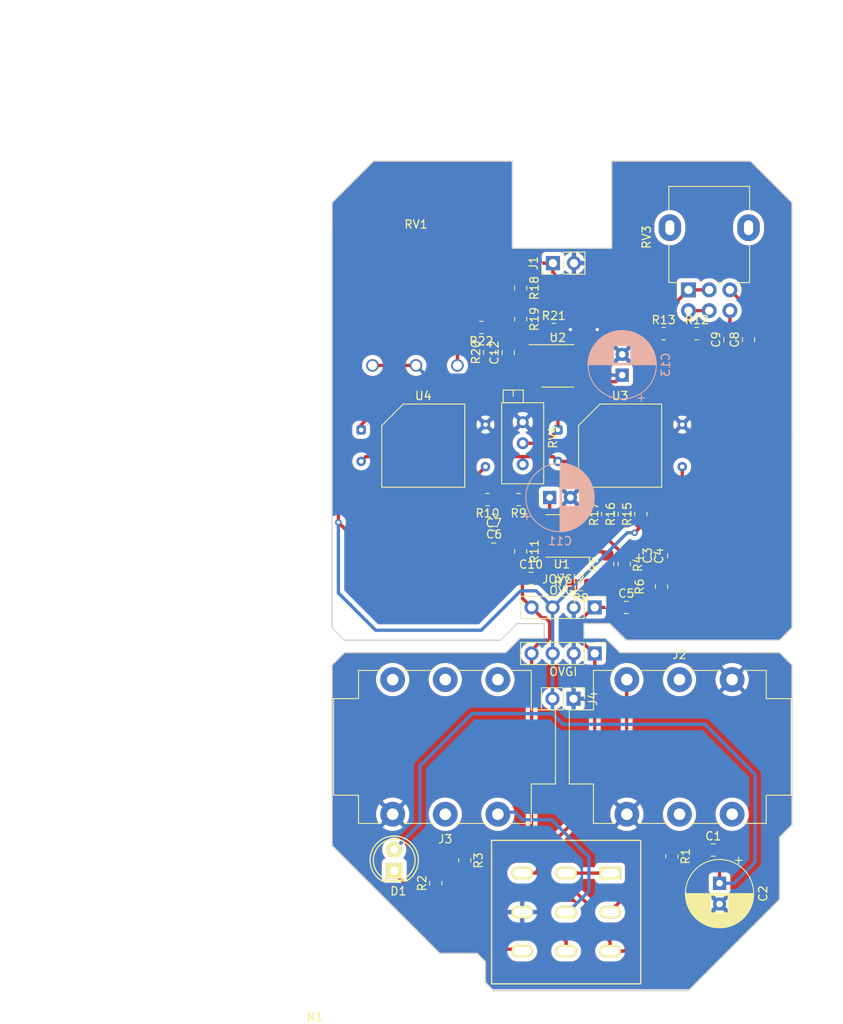
<source format=kicad_pcb>
(kicad_pcb (version 20221018) (generator pcbnew)
  (layers (0 "F.Cu" signal) (31 "B.Cu" signal) (34 "B.Paste" user) (35 "F.Paste" user) (36 "B.SilkS" user "B.Silkscreen") (37 "F.SilkS" user "F.Silkscreen") (38 "B.Mask" user) (39 "F.Mask" user) (44 "Edge.Cuts" user))
  (net 0 "")
  (net 1 "GND")
  (net 2 "+9V")
  (net 3 "Net-(D1-K)")
  (net 4 "O")
  (net 5 "I")
  (net 6 "Net-(SW1C-C)")
  (net 7 "Net-(U1A--)")
  (net 8 "A")
  (net 9 "Net-(C4-Pad2)")
  (net 10 "Net-(SW1A-A)")
  (net 13 "Net-(C5-Pad2)")
  (net 14 "Net-(U1B--)")
  (net 15 "B")
  (net 17 "Net-(SW1A-B)")
  (net 21 "Net-(SW1B-B)")
  (net 23 "Net-(C7-Pad2)")
  (net 24 "Net-(C8-Pad1)")
  (net 25 "Net-(C8-Pad2)")
  (net 26 "Net-(C9-Pad1)")
  (net 27 "Net-(C9-Pad2)")
  (net 28 "Net-(C10-Pad2)")
  (net 29 "VB")
  (net 30 "Net-(U2A--)")
  (net 31 "Net-(C12-Pad2)")
  (net 32 "Net-(U2B-+)")
  (net 33 "Net-(R12-Pad1)")
  (net 34 "Net-(R13-Pad1)")
  (net 35 "Net-(R15-Pad2)")
  (net 36 "Net-(U2A-+)")
  (net 37 "Net-(R22-Pad2)")
  (net 38 "Net-(U2B--)")
  (net 39 "Net-(U3--)")
  (footprint "KiCad Lib:3PDT-Footswitch" (layer "F.Cu") (at 143.25 142.525 180)
    (fp_text reference "SW1" hide)
    (fp_text value "SW_3PDT" hide)
  )
  (footprint "Connector_Audio:Jack_6.35mm_Neutrik_NMJ6HCD2_Horizontal" (layer "F.Cu") (at 135.01 130.73 180)
    (fp_text reference "J3")
    (fp_text value "NMJ6HCD2")
  )
  (footprint "Connector_PinHeader_2.54mm:PinHeader_1x02_P2.54mm_Vertical" (layer "F.Cu") (at 141.65 64.3 90)
    (fp_text reference "J1")
    (fp_text value "V+ GND")
  )
  (footprint "Pin_Headers:Pin_Header_Straight_1x04_Pitch2.54mm" (layer "F.Cu") (at 146.7 111.35 -90)
    (fp_text reference "JOVGI1" hide)
    (fp_text value "OVGI")
  )
  (footprint "Pin_Headers:Pin_Header_Straight_1x04_Pitch2.54mm" (layer "F.Cu") (at 146.7 105.8 -90)
    (fp_text reference "JOVGI2")
    (fp_text value "OVGI")
  )
  (footprint "Capacitor_THT:CP_Radial_D8.0mm_P2.50mm" (layer "F.Cu") (at 161.76 139.05 -90)
    (fp_text reference "C2")
    (fp_text value "100uF")
  )
  (footprint "LEDs:LED-5MM" (layer "F.Cu") (at 122.5 137.54 90)
    (fp_text reference "D1")
    (fp_text value "LED" hide)
  )
  (footprint "Resistor_SMD:R_0805_2012Metric_Pad1.20x1.40mm_HandSolder" (layer "F.Cu") (at 156.01 135.8 -90)
    (fp_text reference "R1")
    (fp_text value "1M")
  )
  (footprint "Resistor_SMD:R_0805_2012Metric_Pad1.20x1.40mm_HandSolder" (layer "F.Cu") (at 127.51 139.05 90)
    (fp_text reference "R2")
    (fp_text value "1K")
  )
  (footprint "Resistor_SMD:R_0805_2012Metric_Pad1.20x1.40mm_HandSolder" (layer "F.Cu") (at 131.01 136.3 -90)
    (fp_text reference "R3")
    (fp_text value "1M")
  )
  (footprint "Capacitor_SMD:C_0805_2012Metric_Pad1.18x1.45mm_HandSolder" (layer "F.Cu") (at 161.01 135.05)
    (fp_text reference "C1")
    (fp_text value "100nF")
  )
  (footprint "Connector_PinHeader_2.54mm:PinHeader_1x02_P2.54mm_Vertical" (layer "F.Cu") (at 144.14 116.81 -90)
    (fp_text reference "J4")
    (fp_text value "V+ GND")
  )
  (footprint "Connector_Audio:Jack_6.35mm_Neutrik_NMJ6HCD2_Horizontal" (layer "F.Cu") (at 150.575 114.5)
    (fp_text reference "J2")
    (fp_text value "NMJ6HCD2")
  )
  (footprint "Resistor_SMD:R_0805_2012Metric_Pad1.20x1.40mm_HandSolder" (layer "F.Cu") (at 154.76 103.3 90)
    (fp_text reference "R6")
    (fp_text value "150k")
  )
  (footprint "OptoDevice:PerkinElmer_VTL5C" (layer "F.Cu") (at 118.51 84.4)
    (fp_text reference "U4")
    (fp_text value "VTL5C")
  )
  (footprint "Resistor_SMD:R_0805_2012Metric_Pad1.20x1.40mm_HandSolder" (layer "F.Cu") (at 152.26 94.55 90)
    (fp_text reference "R15")
    (fp_text value "27k")
  )
  (footprint "Resistor_SMD:R_0805_2012Metric_Pad1.20x1.40mm_HandSolder" (layer "F.Cu") (at 133.76 92.8 180)
    (fp_text reference "R10")
    (fp_text value "75k")
  )
  (footprint "Resistor_SMD:R_0805_2012Metric_Pad1.20x1.40mm_HandSolder" (layer "F.Cu") (at 134.01 75.05 90)
    (fp_text reference "R20")
    (fp_text value "150k")
  )
  (footprint "Resistor_SMD:R_0805_2012Metric_Pad1.20x1.40mm_HandSolder" (layer "F.Cu") (at 137.76 71.05 -90)
    (fp_text reference "R19")
    (fp_text value "150k")
  )
  (footprint "Pedal-Components:Potentiometer_ALPHA_RV16106N" (layer "F.Cu") (at 125.13 60.13)
    (fp_text reference "RV1")
    (fp_text value "ALPHA-16mm")
  )
  (footprint "Potentiometer_THT:Potentiometer_Bourns_3296X_Horizontal" (layer "F.Cu") (at 138.01 88.55 -90)
    (fp_text reference "RV4")
    (fp_text value "R_Potentiometer_Trim")
  )
  (footprint "Capacitor_SMD:C_0805_2012Metric_Pad1.18x1.45mm_HandSolder" (layer "F.Cu") (at 163.01 73.5125 90)
    (fp_text reference "C9")
    (fp_text value "10n")
  )
  (footprint "Capacitor_SMD:C_0805_2012Metric_Pad1.18x1.45mm_HandSolder" (layer "F.Cu") (at 154.76 99.55 90)
    (fp_text reference "C3")
    (fp_text value "10n")
  )
  (footprint "Capacitor_SMD:C_0805_2012Metric_Pad1.18x1.45mm_HandSolder" (layer "F.Cu") (at 152.76 99.5875 -90)
    (fp_text reference "C4")
    (fp_text value "10n")
  )
  (footprint "Potentiometer_THT:Potentiometer_Alpha_RD902F-40-00D_Dual_Vertical" (layer "F.Cu") (at 158.01 67.525 90)
    (fp_text reference "RV3")
    (fp_text value "100k Lin")
  )
  (footprint "Resistor_SMD:R_0805_2012Metric_Pad1.20x1.40mm_HandSolder" (layer "F.Cu") (at 148.26 94.55 90)
    (fp_text reference "R17")
    (fp_text value "220")
  )
  (footprint "Capacitor_SMD:C_0805_2012Metric_Pad1.18x1.45mm_HandSolder" (layer "F.Cu") (at 139.01 102.3)
    (fp_text reference "C10")
    (fp_text value "100n")
  )
  (footprint "Capacitor_SMD:C_0805_2012Metric_Pad1.18x1.45mm_HandSolder" (layer "F.Cu") (at 136.26 75.0875 90)
    (fp_text reference "C12")
    (fp_text value "10n")
  )
  (footprint "OptoDevice:PerkinElmer_VTL5C" (layer "F.Cu") (at 142.26 84.4)
    (fp_text reference "U3")
    (fp_text value "VTL5C")
  )
  (footprint "Capacitor_SMD:C_0805_2012Metric_Pad1.18x1.45mm_HandSolder" (layer "F.Cu") (at 165.26 73.5125 90)
    (fp_text reference "C8")
    (fp_text value "100n")
  )
  (footprint "Package_SO:SOIC-8_3.9x4.9mm_P1.27mm" (layer "F.Cu") (at 142.735 97.185 180)
    (fp_text reference "U1")
    (fp_text value "TL072")
  )
  (footprint "Capacitor_SMD:C_0805_2012Metric_Pad1.18x1.45mm_HandSolder" (layer "F.Cu") (at 150.51 105.8)
    (fp_text reference "C5")
    (fp_text value "2n2")
  )
  (footprint "Resistor_SMD:R_0805_2012Metric_Pad1.20x1.40mm_HandSolder" (layer "F.Cu") (at 159.01 72.8)
    (fp_text reference "R12")
    (fp_text value "39k")
  )
  (footprint "Resistor_SMD:R_0805_2012Metric_Pad1.20x1.40mm_HandSolder" (layer "F.Cu") (at 148.26 100.55 90)
    (fp_text reference "R5")
    (fp_text value "75k")
  )
  (footprint "Resistor_SMD:R_0805_2012Metric_Pad1.20x1.40mm_HandSolder" (layer "F.Cu") (at 145.01 103.05 180)
    (fp_text reference "R8")
    (fp_text value "150k")
  )
  (footprint "Resistor_SMD:R_0805_2012Metric_Pad1.20x1.40mm_HandSolder" (layer "F.Cu") (at 141.76 72.3)
    (fp_text reference "R21")
    (fp_text value "150k")
  )
  (footprint "Package_SO:SOIC-8_3.9x4.9mm_P1.27mm" (layer "F.Cu") (at 142.235 76.685)
    (fp_text reference "U2")
    (fp_text value "TL072")
  )
  (footprint "Resistor_SMD:R_0805_2012Metric_Pad1.20x1.40mm_HandSolder" (layer "F.Cu") (at 137.76 67.3 -90)
    (fp_text reference "R18")
    (fp_text value "150k")
  )
  (footprint "Resistor_SMD:R_0805_2012Metric_Pad1.20x1.40mm_HandSolder" (layer "F.Cu") (at 150.26 100.55 -90)
    (fp_text reference "R4")
    (fp_text value "75k")
  )
  (footprint "Capacitor_SMD:C_0805_2012Metric_Pad1.18x1.45mm_HandSolder" (layer "F.Cu") (at 134.51 97.3)
    (fp_text reference "C7")
    (fp_text value "2n2")
  )
  (footprint "Pedal-Components:1590B" (layer "F.Cu") (at 112.94 154.659085)
    (fp_text reference "N1")
    (fp_text value "Housing")
  )
  (footprint "Resistor_SMD:R_0805_2012Metric_Pad1.20x1.40mm_HandSolder" (layer "F.Cu") (at 137.76 99.05 -90)
    (fp_text reference "R11")
    (fp_text value "27k")
  )
  (footprint "Resistor_SMD:R_0805_2012Metric_Pad1.20x1.40mm_HandSolder" (layer "F.Cu") (at 142.76 101.05 180)
    (fp_text reference "R7")
    (fp_text value "27k")
  )
  (footprint "Resistor_SMD:R_0805_2012Metric_Pad1.20x1.40mm_HandSolder" (layer "F.Cu") (at 155.01 72.8)
    (fp_text reference "R13")
    (fp_text value "39k")
  )
  (footprint "Capacitor_SMD:C_0805_2012Metric_Pad1.18x1.45mm_HandSolder" (layer "F.Cu") (at 134.5475 95.3 180)
    (fp_text reference "C6")
    (fp_text value "2n2")
  )
  (footprint "Resistor_SMD:R_0805_2012Metric_Pad1.20x1.40mm_HandSolder" (layer "F.Cu") (at 137.51 92.8 180)
    (fp_text reference "R9")
    (fp_text value "75k")
  )
  (footprint "Resistor_SMD:R_0805_2012Metric_Pad1.20x1.40mm_HandSolder" (layer "F.Cu") (at 150.26 94.55 90)
    (fp_text reference "R16")
    (fp_text value "27k")
  )
  (footprint "Resistor_SMD:R_0805_2012Metric_Pad1.20x1.40mm_HandSolder" (layer "F.Cu") (at 133.01 72.05 180)
    (fp_text reference "R22")
    (fp_text value "6k8")
  )
  (footprint "Capacitor_THT:CP_Radial_D8.0mm_P2.50mm" (layer "B.Cu") (at 150.01 77.8 90)
    (fp_text reference "C13")
    (fp_text value "220u")
  )
  (footprint "Capacitor_THT:CP_Radial_D8.0mm_P2.50mm" (layer "B.Cu") (at 141.26 92.55)
    (fp_text reference "C11")
    (fp_text value "220u")
  )
  (gr_line (start 145.4 107.75) (end 148.5 107.75) (stroke (width 0.15)) (layer "Edge.Cuts"))
  (gr_line (start 137.7 109.5) (end 140.6 109.5) (stroke (width 0.15)) (layer "Edge.Cuts"))
  (gr_line (start 128 147.5) (end 127 146.5) (stroke (width 0.15)) (layer "Edge.Cuts"))
  (gr_line (start 115 134.5) (end 115 121) (stroke (width 0.15)) (layer "Edge.Cuts"))
  (gr_line (start 135.35 109.75) (end 116.5 109.75) (stroke (width 0.15)) (layer "Edge.Cuts"))
  (gr_line (start 145.4 109.5) (end 148 109.5) (stroke (width 0.15)) (layer "Edge.Cuts"))
  (gr_line (start 148.75 62.5) (end 148.75 52) (stroke (width 0.15)) (layer "Edge.Cuts"))
  (gr_line (start 127 146.5) (end 115 134.5) (stroke (width 0.15)) (layer "Edge.Cuts"))
  (gr_line (start 115 57) (end 115 108.25) (stroke (width 0.15)) (layer "Edge.Cuts"))
  (gr_line (start 169 141) (end 158 152) (stroke (width 0.15)) (layer "Edge.Cuts"))
  (gr_line (start 133.5 151) (end 133.5 148.5) (stroke (width 0.15)) (layer "Edge.Cuts"))
  (gr_line (start 149.75 111.25) (end 164.75 111.25) (stroke (width 0.15)) (layer "Edge.Cuts"))
  (gr_line (start 148.5 107.75) (end 150.5 109.75) (stroke (width 0.15)) (layer "Edge.Cuts"))
  (gr_line (start 165.5 52) (end 170.5 57) (stroke (width 0.15)) (layer "Edge.Cuts"))
  (gr_line (start 169 109.75) (end 170.5 108.25) (stroke (width 0.15)) (layer "Edge.Cuts"))
  (gr_line (start 169 133.5) (end 170.5 132) (stroke (width 0.15)) (layer "Edge.Cuts"))
  (gr_line (start 116.5 109.75) (end 115 108.25) (stroke (width 0.15)) (layer "Edge.Cuts"))
  (gr_line (start 140.6 107.75) (end 140.6 109.5) (stroke (width 0.15)) (layer "Edge.Cuts"))
  (gr_line (start 137.35 107.75) (end 135.35 109.75) (stroke (width 0.15)) (layer "Edge.Cuts"))
  (gr_line (start 115 57) (end 120 52) (stroke (width 0.15)) (layer "Edge.Cuts"))
  (gr_line (start 170.5 85) (end 170.5 57) (stroke (width 0.15)) (layer "Edge.Cuts"))
  (gr_line (start 136.75 62.5) (end 148.75 62.5) (stroke (width 0.15)) (layer "Edge.Cuts"))
  (gr_line (start 136.75 52) (end 120 52) (stroke (width 0.15)) (layer "Edge.Cuts"))
  (gr_line (start 170.5 112.75) (end 169 111.25) (stroke (width 0.15)) (layer "Edge.Cuts"))
  (gr_line (start 135.95 111.25) (end 117 111.25) (stroke (width 0.15)) (layer "Edge.Cuts"))
  (gr_line (start 134.5 152) (end 158 152) (stroke (width 0.15)) (layer "Edge.Cuts"))
  (gr_line (start 116.5 109.75) (end 116.5 109.75) (stroke (width 0.15)) (layer "Edge.Cuts"))
  (gr_line (start 137.7 109.5) (end 135.95 111.25) (stroke (width 0.15)) (layer "Edge.Cuts"))
  (gr_line (start 169 133.5) (end 169 141) (stroke (width 0.15)) (layer "Edge.Cuts"))
  (gr_line (start 170.5 108.25) (end 170.5 85) (stroke (width 0.15)) (layer "Edge.Cuts"))
  (gr_line (start 136.75 52) (end 136.75 62.5) (stroke (width 0.15)) (layer "Edge.Cuts"))
  (gr_line (start 134.5 152) (end 133.5 151) (stroke (width 0.15)) (layer "Edge.Cuts"))
  (gr_line (start 133.5 148.5) (end 132.5 147.5) (stroke (width 0.15)) (layer "Edge.Cuts"))
  (gr_line (start 115 112.75) (end 115 121) (stroke (width 0.15)) (layer "Edge.Cuts"))
  (gr_line (start 148.75 52) (end 165.5 52) (stroke (width 0.15)) (layer "Edge.Cuts"))
  (gr_line (start 132.5 147.5) (end 128.5 147.5) (stroke (width 0.15)) (layer "Edge.Cuts"))
  (gr_line (start 145.4 107.75) (end 145.4 109.5) (stroke (width 0.15)) (layer "Edge.Cuts"))
  (gr_line (start 169 111.25) (end 164.75 111.25) (stroke (width 0.15)) (layer "Edge.Cuts"))
  (gr_line (start 116.5 111.25) (end 115 112.75) (stroke (width 0.15)) (layer "Edge.Cuts"))
  (gr_line (start 148 109.5) (end 149.75 111.25) (stroke (width 0.15)) (layer "Edge.Cuts"))
  (gr_line (start 170.5 132) (end 170.5 112.75) (stroke (width 0.15)) (layer "Edge.Cuts"))
  (gr_line (start 128.5 147.5) (end 128 147.5) (stroke (width 0.15)) (layer "Edge.Cuts"))
  (gr_line (start 137.35 107.75) (end 140.6 107.75) (stroke (width 0.15)) (layer "Edge.Cuts"))
  (gr_line (start 150.5 109.75) (end 169 109.75) (stroke (width 0.15)) (layer "Edge.Cuts"))
  (gr_line (start 117 111.25) (end 116.5 111.25) (stroke (width 0.15)) (layer "Edge.Cuts"))
  (segment (start 140.26 99.09) (end 119.3 99.09) (width 0.4) (layer "F.Cu") (net 2))
  (segment (start 118.01 67.05) (end 137.01 67.05) (width 0.4) (layer "F.Cu") (net 2))
  (segment (start 152.26 95.55) (end 152.26 96.05) (width 0.4) (layer "F.Cu") (net 2))
  (segment (start 141.65 65.44) (end 141.65 64.3) (width 0.4) (layer "F.Cu") (net 2))
  (segment (start 162.0475 135.05) (end 161.76 135.3375) (width 0.4) (layer "F.Cu") (net 2))
  (segment (start 141.65 64.3) (end 139.76 64.3) (width 0.4) (layer "F.Cu") (net 2))
  (segment (start 137.01 67.05) (end 137.76 66.3) (width 0.4) (layer "F.Cu") (net 2))
  (segment (start 119.3 99.09) (end 115.76 95.55) (width 0.4) (layer "F.Cu") (net 2))
  (segment (start 115.76 69.3) (end 118.01 67.05) (width 0.4) (layer "F.Cu") (net 2))
  (segment (start 162.0975 135) (end 162.0475 135.05) (width 0.4) (layer "F.Cu") (net 2))
  (segment (start 144.71 68.5) (end 141.65 65.44) (width 0.4) (layer "F.Cu") (net 2))
  (segment (start 139.76 64.3) (end 137.76 66.3) (width 0.4) (layer "F.Cu") (net 2))
  (segment (start 144.71 74.78) (end 144.71 68.5) (width 0.4) (layer "F.Cu") (net 2))
  (segment (start 115.76 95.55) (end 115.76 69.3) (width 0.4) (layer "F.Cu") (net 2))
  (segment (start 161.76 135.3375) (end 161.76 139.05) (width 0.4) (layer "F.Cu") (net 2))
  (segment (start 152.26 96.05) (end 151.51 96.8) (width 0.4) (layer "F.Cu") (net 2))
  (via (at 151.51 96.8) (size 0.8) (drill 0.4) (layers "F.Cu" "B.Cu") (net 2))
  (via (at 115.76 95.55) (size 0.8) (drill 0.4) (layers "F.Cu" "B.Cu") (net 2))
  (segment (start 125.6 131.9) (end 122.5 135) (width 0.4) (layer "B.Cu") (net 2))
  (segment (start 120.26 108.55) (end 115.76 104.05) (width 0.4) (layer "B.Cu") (net 2))
  (segment (start 139.62 103.8) (end 138.01 103.8) (width 0.4) (layer "B.Cu") (net 2))
  (segment (start 131.9 118.6) (end 125.6 124.9) (width 0.4) (layer "B.Cu") (net 2))
  (segment (start 137.76 103.8) (end 136.51 105.05) (width 0.4) (layer "B.Cu") (net 2))
  (segment (start 141.62 111.35) (end 141.62 112.552081) (width 0.4) (layer "B.Cu") (net 2))
  (segment (start 142.9 119.9) (end 160 119.9) (width 0.4) (layer "B.Cu") (net 2))
  (segment (start 141.6 112.572081) (end 141.6 118.1) (width 0.4) (layer "B.Cu") (net 2))
  (segment (start 160 119.9) (end 166.05 125.95) (width 0.4) (layer "B.Cu") (net 2))
  (segment (start 141.6 118.1) (end 141.6 118.6) (width 0.4) (layer "B.Cu") (net 2))
  (segment (start 138.01 103.8) (end 137.76 103.8) (width 0.4) (layer "B.Cu") (net 2))
  (segment (start 125.6 124.9) (end 125.6 131.9) (width 0.4) (layer "B.Cu") (net 2))
  (segment (start 133.01 108.55) (end 130.01 108.55) (width 0.4) (layer "B.Cu") (net 2))
  (segment (start 163.51 139.05) (end 161.76 139.05) (width 0.4) (layer "B.Cu") (net 2))
  (segment (start 130.01 108.55) (end 120.26 108.55) (width 0.4) (layer "B.Cu") (net 2))
  (segment (start 141.6 116.81) (end 141.6 118.1) (width 0.4) (layer "B.Cu") (net 2))
  (segment (start 141.6 118.6) (end 142.9 119.9) (width 0.4) (layer "B.Cu") (net 2))
  (segment (start 136.51 105.05) (end 133.01 108.55) (width 0.4) (layer "B.Cu") (net 2))
  (segment (start 141.62 105.8) (end 139.62 103.8) (width 0.4) (layer "B.Cu") (net 2))
  (segment (start 141.62 112.552081) (end 141.6 112.572081) (width 0.4) (layer "B.Cu") (net 2))
  (segment (start 141.62 105.8) (end 141.62 111.35) (width 0.4) (layer "B.Cu") (net 2))
  (segment (start 166.05 136.51) (end 163.51 139.05) (width 0.4) (layer "B.Cu") (net 2))
  (segment (start 166.05 125.95) (end 166.05 136.51) (width 0.4) (layer "B.Cu") (net 2))
  (segment (start 150.62 96.8) (end 141.62 105.8) (width 0.4) (layer "B.Cu") (net 2))
  (segment (start 141.6 118.6) (end 131.9 118.6) (width 0.4) (layer "B.Cu") (net 2))
  (segment (start 151.51 96.8) (end 150.62 96.8) (width 0.4) (layer "B.Cu") (net 2))
  (segment (start 115.76 104.05) (end 115.76 95.55) (width 0.4) (layer "B.Cu") (net 2))
  (segment (start 124.76 140.05) (end 122.5 137.79) (width 0.4) (layer "F.Cu") (net 3))
  (segment (start 127.51 140.05) (end 124.76 140.05) (width 0.4) (layer "F.Cu") (net 3))
  (segment (start 122.5 137.79) (end 122.5 137.54) (width 0.4) (layer "F.Cu") (net 3))
  (segment (start 122.5 137.5) (end 122.75 137.5) (width 0.4) (layer "F.Cu") (net 3))
  (segment (start 139.08 111.35) (end 139.08 132.92) (width 0.4) (layer "F.Cu") (net 4))
  (segment (start 137.9725 104.6925) (end 139.08 105.8) (width 0.4) (layer "F.Cu") (net 4))
  (segment (start 139.08 105.8) (end 140.33 107.05) (width 0.4) (layer "F.Cu") (net 4))
  (segment (start 137.9725 102.3) (end 137.9725 104.6925) (width 0.4) (layer "F.Cu") (net 4))
  (segment (start 131 135.02) (end 131.22 135.02) (width 0.4) (layer "F.Cu") (net 4))
  (segment (start 140.6 143.425) (end 143.25 146.075) (width 0.4) (layer "F.Cu") (net 4))
  (segment (start 140.76 107.05) (end 141.26 107.55) (width 0.4) (layer "F.Cu") (net 4))
  (segment (start 136.98 135.02) (end 131 135.02) (width 0.4) (layer "F.Cu") (net 4))
  (segment (start 139.08 132.92) (end 136.98 135.02) (width 0.4) (layer "F.Cu") (net 4))
  (segment (start 141.26 107.55) (end 141.26 109.55) (width 0.4) (layer "F.Cu") (net 4))
  (segment (start 141.26 109.55) (end 140.76 110.05) (width 0.4) (layer "F.Cu") (net 4))
  (segment (start 140.33 107.05) (end 140.76 107.05) (width 0.4) (layer "F.Cu") (net 4))
  (segment (start 140.01 110.05) (end 139.08 110.98) (width 0.4) (layer "F.Cu") (net 4))
  (segment (start 140.76 110.05) (end 140.01 110.05) (width 0.4) (layer "F.Cu") (net 4))
  (segment (start 132.079489 135.879489) (end 136.4 140.2) (width 0.4) (layer "F.Cu") (net 4))
  (segment (start 143.25 146.075) (end 143.25 147.225) (width 0.4) (layer "F.Cu") (net 4))
  (segment (start 131.22 135.02) (end 132.079489 135.879489) (width 0.4) (layer "F.Cu") (net 4))
  (segment (start 140.6 141.6) (end 140.6 143.425) (width 0.4) (layer "F.Cu") (net 4))
  (segment (start 139.08 110.98) (end 139.08 111.35) (width 0.4) (layer "F.Cu") (net 4))
  (segment (start 139.2 140.2) (end 140.6 141.6) (width 0.4) (layer "F.Cu") (net 4))
  (segment (start 136.4 140.2) (end 139.2 140.2) (width 0.4) (layer "F.Cu") (net 4))
  (segment (start 148.55 146.075) (end 145.9 143.425) (width 0.4) (layer "F.Cu") (net 5))
  (segment (start 151.925 145.575) (end 152.5 145) (width 0.4) (layer "F.Cu") (net 5))
  (segment (start 144.51 107.8) (end 144.51 109.3) (width 0.4) (layer "F.Cu") (net 5))
  (segment (start 148.55 147.225) (end 148.55 146.075) (width 0.4) (layer "F.Cu") (net 5))
  (segment (start 152.5 145) (end 152.5 141.5) (width 0.4) (layer "F.Cu") (net 5))
  (segment (start 146.7 111.35) (end 146.7 115.62) (width 0.4) (layer "F.Cu") (net 5))
  (segment (start 141.6 140.1) (end 140.5 139) (width 0.4) (layer "F.Cu") (net 5))
  (segment (start 145 130.8) (end 145 124.64) (width 0.4) (layer "F.Cu") (net 5))
  (segment (start 139.8 137.525) (end 139.8 136) (width 0.4) (layer "F.Cu") (net 5))
  (segment (start 151.9 145.575) (end 151.925 145.575) (width 0.4) (layer "F.Cu") (net 5))
  (segment (start 145 124.64) (end 146.7 122.94) (width 0.4) (layer "F.Cu") (net 5))
  (segment (start 154 140) (end 154 136.25) (width 0.4) (layer "F.Cu") (net 5))
  (segment (start 139.825 137.825) (end 139.5 137.825) (width 0.4) (layer "F.Cu") (net 5))
  (segment (start 139.8 136) (end 145 130.8) (width 0.4) (layer "F.Cu") (net 5))
  (segment (start 140.5 138.5) (end 139.825 137.825) (width 0.4) (layer "F.Cu") (net 5))
  (segment (start 146.56 111.35) (end 146.7 111.35) (width 0.4) (layer "F.Cu") (net 5))
  (segment (start 154 136.25) (end 155.5 134.75) (width 0.4) (layer "F.Cu") (net 5))
  (segment (start 140.5 139) (end 140.5 138.5) (width 0.4) (layer "F.Cu") (net 5))
  (segment (start 145.9 141.6) (end 144.4 140.1) (width 0.4) (layer "F.Cu") (net 5))
  (segment (start 144.51 109.3) (end 146.56 111.35) (width 0.4) (layer "F.Cu") (net 5))
  (segment (start 150.25 147.225) (end 151.9 145.575) (width 0.4) (layer "F.Cu") (net 5))
  (segment (start 146.7 105.8) (end 146.51 105.8) (width 0.4) (layer "F.Cu") (net 5))
  (segment (start 146.7 105.8) (end 149.4725 105.8) (width 0.4) (layer "F.Cu") (net 5))
  (segment (start 137.95 137.825) (end 139.5 137.825) (width 0.4) (layer "F.Cu") (net 5))
  (segment (start 148.55 147.225) (end 150.25 147.225) (width 0.4) (layer "F.Cu") (net 5))
  (segment (start 144.4 140.1) (end 141.6 140.1) (width 0.4) (layer "F.Cu") (net 5))
  (segment (start 139.5 137.825) (end 139.8 137.525) (width 0.4) (layer "F.Cu") (net 5))
  (segment (start 146.51 105.8) (end 144.51 107.8) (width 0.4) (layer "F.Cu") (net 5))
  (segment (start 146.7 115.62) (end 146.7 122.94) (width 0.4) (layer "F.Cu") (net 5))
  (segment (start 145.9 143.425) (end 145.9 141.6) (width 0.4) (layer "F.Cu") (net 5))
  (segment (start 152.5 141.5) (end 154 140) (width 0.4) (layer "F.Cu") (net 5))
  (segment (start 129.01 138.05) (end 130.86 139.9) (width 0.4) (layer "F.Cu") (net 6))
  (segment (start 136.1 147) (end 137.725 147) (width 0.4) (layer "F.Cu") (net 6))
  (segment (start 137.725 147) (end 137.95 147.225) (width 0.4) (layer "F.Cu") (net 6))
  (segment (start 133.2 139.9) (end 134.2 140.9) (width 0.4) (layer "F.Cu") (net 6))
  (segment (start 134.2 140.9) (end 134.2 145.1) (width 0.4) (layer "F.Cu") (net 6))
  (segment (start 127.51 138.05) (end 129.01 138.05) (width 0.4) (layer "F.Cu") (net 6))
  (segment (start 130.86 139.9) (end 133.2 139.9) (width 0.4) (layer "F.Cu") (net 6))
  (segment (start 134.2 145.1) (end 136.1 147) (width 0.4) (layer "F.Cu") (net 6))
  (segment (start 154.76 102.3) (end 154.76 100.5875) (width 0.4) (layer "F.Cu") (net 7))
  (segment (start 154.76 100.5875) (end 154.76 100.3) (width 0.4) (layer "F.Cu") (net 7))
  (segment (start 154.01 99.55) (end 150.26 99.55) (width 0.4) (layer "F.Cu") (net 7))
  (segment (start 154.76 100.3) (end 154.01 99.55) (width 0.4) (layer "F.Cu") (net 7))
  (segment (start 150.26 99.55) (end 148.53 97.82) (width 0.4) (layer "F.Cu") (net 7))
  (segment (start 148.53 97.82) (end 145.21 97.82) (width 0.4) (layer "F.Cu") (net 7))
  (segment (start 157.26 88.84) (end 157.26 96.0125) (width 0.4) (layer "F.Cu") (net 8))
  (segment (start 154.76 98.5125) (end 152.7975 98.5125) (width 0.4) (layer "F.Cu") (net 8))
  (segment (start 152.7975 98.5125) (end 152.76 98.55) (width 0.4) (layer "F.Cu") (net 8))
  (segment (start 157.26 96.0125) (end 154.76 98.5125) (width 0.4) (layer "F.Cu") (net 8))
  (segment (start 147.8 99.09) (end 148.26 99.55) (width 0.4) (layer "F.Cu") (net 9))
  (segment (start 145.21 99.09) (end 147.8 99.09) (width 0.4) (layer "F.Cu") (net 9))
  (segment (start 143.76 100.54) (end 145.21 99.09) (width 0.4) (layer "F.Cu") (net 9))
  (segment (start 152.76 100.625) (end 152.685 100.55) (width 0.4) (layer "F.Cu") (net 9))
  (segment (start 143.76 101.05) (end 143.76 100.54) (width 0.4) (layer "F.Cu") (net 9))
  (segment (start 152.685 100.55) (end 149.26 100.55) (width 0.4) (layer "F.Cu") (net 9))
  (segment (start 149.26 100.55) (end 148.26 99.55) (width 0.4) (layer "F.Cu") (net 9))
  (segment (start 143.25 137.825) (end 144.95 137.825) (width 0.4) (layer "F.Cu") (net 10))
  (segment (start 144.95 137.825) (end 148.55 137.825) (width 0.4) (layer "F.Cu") (net 10))
  (segment (start 153.26 105.8) (end 154.76 104.3) (width 0.4) (layer "F.Cu") (net 13))
  (segment (start 151.5475 105.8) (end 153.26 105.8) (width 0.4) (layer "F.Cu") (net 13))
  (segment (start 149.01 103.05) (end 146.01 103.05) (width 0.4) (layer "F.Cu") (net 13))
  (segment (start 151.5475 105.5875) (end 149.01 103.05) (width 0.4) (layer "F.Cu") (net 13))
  (segment (start 151.5475 105.8) (end 151.5475 105.5875) (width 0.4) (layer "F.Cu") (net 13))
  (segment (start 136.76 95.3) (end 135.585 95.3) (width 0.4) (layer "F.Cu") (net 14))
  (segment (start 136.76 94.55) (end 136.76 95.3) (width 0.4) (layer "F.Cu") (net 14))
  (segment (start 140.26 96.55) (end 141.51 96.55) (width 0.4) (layer "F.Cu") (net 14))
  (segment (start 138.01 96.55) (end 136.76 95.3) (width 0.4) (layer "F.Cu") (net 14))
  (segment (start 138.51 92.8) (end 136.76 94.55) (width 0.4) (layer "F.Cu") (net 14))
  (segment (start 142.76 101.8) (end 144.01 103.05) (width 0.4) (layer "F.Cu") (net 14))
  (segment (start 140.26 96.55) (end 138.01 96.55) (width 0.4) (layer "F.Cu") (net 14))
  (segment (start 141.51 96.55) (end 142.76 97.8) (width 0.4) (layer "F.Cu") (net 14))
  (segment (start 142.76 97.8) (end 142.76 101.8) (width 0.4) (layer "F.Cu") (net 14))
  (segment (start 133.51 97.2625) (end 133.4725 97.3) (width 0.4) (layer "F.Cu") (net 15))
  (segment (start 132.51 95.3) (end 133.51 95.3) (width 0.4) (layer "F.Cu") (net 15))
  (segment (start 131.76 90.59) (end 131.76 94.55) (width 0.4) (layer "F.Cu") (net 15))
  (segment (start 133.51 95.3) (end 133.51 97.2625) (width 0.4) (layer "F.Cu") (net 15))
  (segment (start 133.51 88.84) (end 131.76 90.59) (width 0.4) (layer "F.Cu") (net 15))
  (segment (start 131.76 94.55) (end 132.51 95.3) (width 0.4) (layer "F.Cu") (net 15))
  (segment (start 150.55 125.42) (end 150.55 114.53) (width 0.4) (layer "F.Cu") (net 17))
  (segment (start 151.5 139.5) (end 151.5 135.82) (width 0.4) (layer "F.Cu") (net 17))
  (segment (start 148.66 134.01) (end 147.48 132.83) (width 0.4) (layer "F.Cu") (net 17))
  (segment (start 149.275 142.525) (end 148.55 142.525) (width 0.4) (layer "F.Cu") (net 17))
  (segment (start 148.55 142.45) (end 151.5 139.5) (width 0.4) (layer "F.Cu") (net 17))
  (segment (start 148.55 142.525) (end 148.55 142.45) (width 0.4) (layer "F.Cu") (net 17))
  (segment (start 149.69 134.01) (end 148.66 134.01) (width 0.4) (layer "F.Cu") (net 17))
  (segment (start 147.48 132.83) (end 147.48 128.49) (width 0.4) (layer "F.Cu") (net 17))
  (segment (start 147.48 128.49) (end 150.55 125.42) (width 0.4) (layer "F.Cu") (net 17))
  (segment (start 151.5 135.82) (end 149.69 134.01) (width 0.4) (layer "F.Cu") (net 17))
  (segment (start 143.45 142.55) (end 143.25 142.55) (width 0.4) (layer "B.Cu") (net 21))
  (segment (start 146 140) (end 143.45 142.55) (width 0.4) (layer "B.Cu") (net 21))
  (segment (start 141.5 131.4) (end 146 135.9) (width 0.4) (layer "B.Cu") (net 21))
  (segment (start 146 135.9) (end 146 140) (width 0.4) (layer "B.Cu") (net 21))
  (segment (start 137.99132 131.4) (end 141.5 131.4) (width 0.4) (layer "B.Cu") (net 21))
  (segment (start 134.95 130.48) (end 137.07132 130.48) (width 0.4) (layer "B.Cu") (net 21))
  (segment (start 137.07132 130.48) (end 137.99132 131.4) (width 0.4) (layer "B.Cu") (net 21))
  (segment (start 137.76 98.05) (end 136.2975 98.05) (width 0.4) (layer "F.Cu") (net 23))
  (segment (start 134.5975 94.6375) (end 132.76 92.8) (width 0.4) (layer "F.Cu") (net 23))
  (segment (start 134.5975 96.35) (end 134.5975 94.6375) (width 0.4) (layer "F.Cu") (net 23))
  (segment (start 136.2975 98.05) (end 135.5475 97.3) (width 0.4) (layer "F.Cu") (net 23))
  (segment (start 135.5475 97.3) (end 134.5975 96.35) (width 0.4) (layer "F.Cu") (net 23))
  (segment (start 140.26 97.82) (end 137.99 97.82) (width 0.4) (layer "F.Cu") (net 23))
  (segment (start 137.99 97.82) (end 137.76 98.05) (width 0.4) (layer "F.Cu") (net 23))
  (segment (start 155.479239 103.3) (end 152.01 103.3) (width 0.4) (layer "F.Cu") (net 24))
  (segment (start 163.26 88.05) (end 158.235 93.075) (width 0.4) (layer "F.Cu") (net 24))
  (segment (start 163.26 82.3) (end 163.26 88.05) (width 0.4) (layer "F.Cu") (net 24))
  (segment (start 158.235 93.075) (end 158.235 100.544239) (width 0.4) (layer "F.Cu") (net 24))
  (segment (start 165.26 74.55) (end 165.26 80.3) (width 0.4) (layer "F.Cu") (net 24))
  (segment (start 165.26 80.3) (end 163.26 82.3) (width 0.4) (layer "F.Cu") (net 24))
  (segment (start 158.235 100.544239) (end 155.479239 103.3) (width 0.4) (layer "F.Cu") (net 24))
  (segment (start 152.01 103.3) (end 150.26 101.55) (width 0.4) (layer "F.Cu") (net 24))
  (segment (start 148.26 101.55) (end 150.26 101.55) (width 0.4) (layer "F.Cu") (net 24))
  (segment (start 165.26 69.775) (end 165.26 72.475) (width 0.4) (layer "F.Cu") (net 25))
  (segment (start 163.01 67.525) (end 165.26 69.775) (width 0.4) (layer "F.Cu") (net 25))
  (segment (start 138.76 90.55) (end 136.51 92.8) (width 0.4) (layer "F.Cu") (net 26))
  (segment (start 134.76 92.8) (end 136.51 92.8) (width 0.4) (layer "F.Cu") (net 26))
  (segment (start 163.01 74.55) (end 157.26 80.3) (width 0.4) (layer "F.Cu") (net 26))
  (segment (start 143.76 90.55) (end 138.76 90.55) (width 0.4) (layer "F.Cu") (net 26))
  (segment (start 157.26 80.3) (end 149.26 80.3) (width 0.4) (layer "F.Cu") (net 26))
  (segment (start 149.26 85.05) (end 143.76 90.55) (width 0.4) (layer "F.Cu") (net 26))
  (segment (start 149.26 80.3) (end 149.26 85.05) (width 0.4) (layer "F.Cu") (net 26))
  (segment (start 163.01 70.025) (end 163.01 72.475) (width 0.4) (layer "F.Cu") (net 27))
  (segment (start 141.76 101.05) (end 140.01 101.05) (width 0.4) (layer "F.Cu") (net 28))
  (segment (start 138.76 101.05) (end 137.76 100.05) (width 0.4) (layer "F.Cu") (net 28))
  (segment (start 140.0475 101.0875) (end 140.01 101.05) (width 0.4) (layer "F.Cu") (net 28))
  (segment (start 140.01 101.05) (end 138.76 101.05) (width 0.4) (layer "F.Cu") (net 28))
  (segment (start 140.0475 102.3) (end 140.0475 101.0875) (width 0.4) (layer "F.Cu") (net 28))
  (segment (start 140.26 95.28) (end 141.66 95.28) (width 0.4) (layer "F.Cu") (net 29))
  (segment (start 141.26 92.55) (end 141.26 94.28) (width 0.4) (layer "F.Cu") (net 29))
  (segment (start 141.26 94.28) (end 140.26 95.28) (width 0.4) (layer "F.Cu") (net 29))
  (segment (start 142.93 96.55) (end 145.21 96.55) (width 0.4) (layer "F.Cu") (net 29))
  (segment (start 145.21 96.55) (end 147.26 96.55) (width 0.4) (layer "F.Cu") (net 29))
  (segment (start 141.66 95.28) (end 142.93 96.55) (width 0.4) (layer "F.Cu") (net 29))
  (segment (start 147.26 96.55) (end 148.26 95.55) (width 0.4) (layer "F.Cu") (net 29))
  (segment (start 140.76 72.3) (end 142.01 73.55) (width 0.4) (layer "F.Cu") (net 30))
  (segment (start 136.335 76.05) (end 136.26 76.125) (width 0.4) (layer "F.Cu") (net 30))
  (segment (start 142.01 73.55) (end 142.01 75.3) (width 0.4) (layer "F.Cu") (net 30))
  (segment (start 142.01 75.3) (end 141.26 76.05) (width 0.4) (layer "F.Cu") (net 30))
  (segment (start 141.26 76.05) (end 139.76 76.05) (width 0.4) (layer "F.Cu") (net 30))
  (segment (start 139.76 76.05) (end 136.335 76.05) (width 0.4) (layer "F.Cu") (net 30))
  (segment (start 134.01 72.05) (end 134.01 74.05) (width 0.4) (layer "F.Cu") (net 31))
  (segment (start 136.26 74.05) (end 134.01 74.05) (width 0.4) (layer "F.Cu") (net 31))
  (segment (start 136.99 74.78) (end 136.26 74.05) (width 0.4) (layer "F.Cu") (net 31))
  (segment (start 139.76 74.78) (end 136.99 74.78) (width 0.4) (layer "F.Cu") (net 31))
  (segment (start 119.88 76.63) (end 125.13 76.63) (width 0.4) (layer "F.Cu") (net 32))
  (segment (start 144.71 78.59) (end 149.22 78.59) (width 0.4) (layer "F.Cu") (net 32))
  (segment (start 149.22 78.59) (end 150.01 77.8) (width 0.4) (layer "F.Cu") (net 32))
  (segment (start 147.76 76.8) (end 147.76 73.05) (width 0.4) (layer "F.Cu") (net 32))
  (segment (start 147.76 73.05) (end 147.01 72.3) (width 0.4) (layer "F.Cu") (net 32))
  (segment (start 143.76 72.3) (end 142.76 72.3) (width 0.4) (layer "F.Cu") (net 32))
  (segment (start 148.76 77.8) (end 147.76 76.8) (width 0.4) (layer "F.Cu") (net 32))
  (segment (start 150.01 77.8) (end 148.76 77.8) (width 0.4) (layer "F.Cu") (net 32))
  (via (at 147.01 72.3) (size 0.8) (drill 0.4) (layers "F.Cu" "B.Cu") (net 32))
  (via (at 143.76 72.3) (size 0.8) (drill 0.4) (layers "F.Cu" "B.Cu") (net 32))
  (segment (start 126.3 77.8) (end 125.13 76.63) (width 0.4) (layer "B.Cu") (net 32))
  (segment (start 150.01 77.8) (end 126.3 77.8) (width 0.4) (layer "B.Cu") (net 32))
  (segment (start 147.01 72.3) (end 143.76 72.3) (width 0.4) (layer "B.Cu") (net 32))
  (segment (start 158.01 70.025) (end 158.01 72.8) (width 0.4) (layer "F.Cu") (net 33))
  (segment (start 160.51 70.025) (end 158.01 70.025) (width 0.4) (layer "F.Cu") (net 33))
  (segment (start 158.01 67.525) (end 160.51 67.525) (width 0.4) (layer "F.Cu") (net 34))
  (segment (start 154.01 71.525) (end 154.01 72.8) (width 0.4) (layer "F.Cu") (net 34))
  (segment (start 158.01 67.525) (end 154.01 71.525) (width 0.4) (layer "F.Cu") (net 34))
  (segment (start 152.26 93.55) (end 150.26 95.55) (width 0.4) (layer "F.Cu") (net 35))
  (segment (start 148.26 93.55) (end 150.26 95.55) (width 0.4) (layer "F.Cu") (net 35))
  (segment (start 137.76 68.3) (end 136.040761 68.3) (width 0.4) (layer "F.Cu") (net 36))
  (segment (start 133.01 72.769239) (end 132.76 73.019239) (width 0.4) (layer "F.Cu") (net 36))
  (segment (start 136.040761 68.3) (end 133.01 71.330761) (width 0.4) (layer "F.Cu") (net 36))
  (segment (start 133.01 71.330761) (end 133.01 72.769239) (width 0.4) (layer "F.Cu") (net 36))
  (segment (start 132.76 74.8) (end 134.01 76.05) (width 0.4) (layer "F.Cu") (net 36))
  (segment (start 132.76 73.019239) (end 132.76 74.8) (width 0.4) (layer "F.Cu") (net 36))
  (segment (start 137.76 68.3) (end 137.76 70.05) (width 0.4) (layer "F.Cu") (net 36))
  (segment (start 130.13 76.63) (end 130.13 73.93) (width 0.4) (layer "F.Cu") (net 37))
  (segment (start 130.13 73.93) (end 132.01 72.05) (width 0.4) (layer "F.Cu") (net 37))
  (segment (start 119.084999 87.625001) (end 118.51 88.2) (width 0.4) (layer "F.Cu") (net 38))
  (segment (start 143.36 88.2) (end 144.26 87.3) (width 0.4) (layer "F.Cu") (net 38))
  (segment (start 138.01 87.625001) (end 119.084999 87.625001) (width 0.4) (layer "F.Cu") (net 38))
  (segment (start 142.76 77.3) (end 144.01 76.05) (width 0.4) (layer "F.Cu") (net 38))
  (segment (start 142.26 88.2) (end 141.685001 87.625001) (width 0.4) (layer "F.Cu") (net 38))
  (segment (start 141.685001 87.625001) (end 138.01 87.625001) (width 0.4) (layer "F.Cu") (net 38))
  (segment (start 142.26 88.2) (end 143.36 88.2) (width 0.4) (layer "F.Cu") (net 38))
  (segment (start 144.01 76.05) (end 144.71 76.05) (width 0.4) (layer "F.Cu") (net 38))
  (segment (start 144.71 77.32) (end 144.71 76.05) (width 0.4) (layer "F.Cu") (net 38))
  (segment (start 144.26 82.05) (end 142.76 80.55) (width 0.4) (layer "F.Cu") (net 38))
  (segment (start 144.26 87.3) (end 144.26 82.05) (width 0.4) (layer "F.Cu") (net 38))
  (segment (start 138.01 88.55) (end 138.01 87.625001) (width 0.4) (layer "F.Cu") (net 38))
  (segment (start 142.76 80.55) (end 142.76 77.3) (width 0.4) (layer "F.Cu") (net 38))
  (segment (start 118.51 83.8) (end 120.51 81.8) (width 0.4) (layer "F.Cu") (net 39))
  (segment (start 118.51 84.4) (end 118.51 83.8) (width 0.4) (layer "F.Cu") (net 39))
  (segment (start 140.76 81.8) (end 142.26 83.3) (width 0.4) (layer "F.Cu") (net 39))
  (segment (start 138.01 86.01) (end 140.65 86.01) (width 0.4) (layer "F.Cu") (net 39))
  (segment (start 140.65 86.01) (end 142.26 84.4) (width 0.4) (layer "F.Cu") (net 39))
  (segment (start 142.26 83.3) (end 142.26 84.4) (width 0.4) (layer "F.Cu") (net 39))
  (segment (start 120.51 81.8) (end 140.76 81.8) (width 0.4) (layer "F.Cu") (net 39))
  (zone (net 1) (net_name "GND") (layer "F.Cu") (connect_pads (clearance 0.508)) (min_thickness 0.254) (fill yes (thermal_gap 0.508) (thermal_bridge_width 0.508))
    (polygon (pts (xy 114.25 152.5) (xy 171.25 152.5) (xy 171.25 44.5) (xy 114.25 44.5)))
  )
  (zone (net 1) (net_name "GND") (layer "B.Cu") (connect_pads (clearance 0.508)) (min_thickness 0.254) (fill yes (thermal_gap 0.508) (thermal_bridge_width 0.508))
    (polygon (pts (xy 114.25 152.5) (xy 171.25 152.5) (xy 171.25 44.5) (xy 114.25 44.5)))
  )
)
</source>
